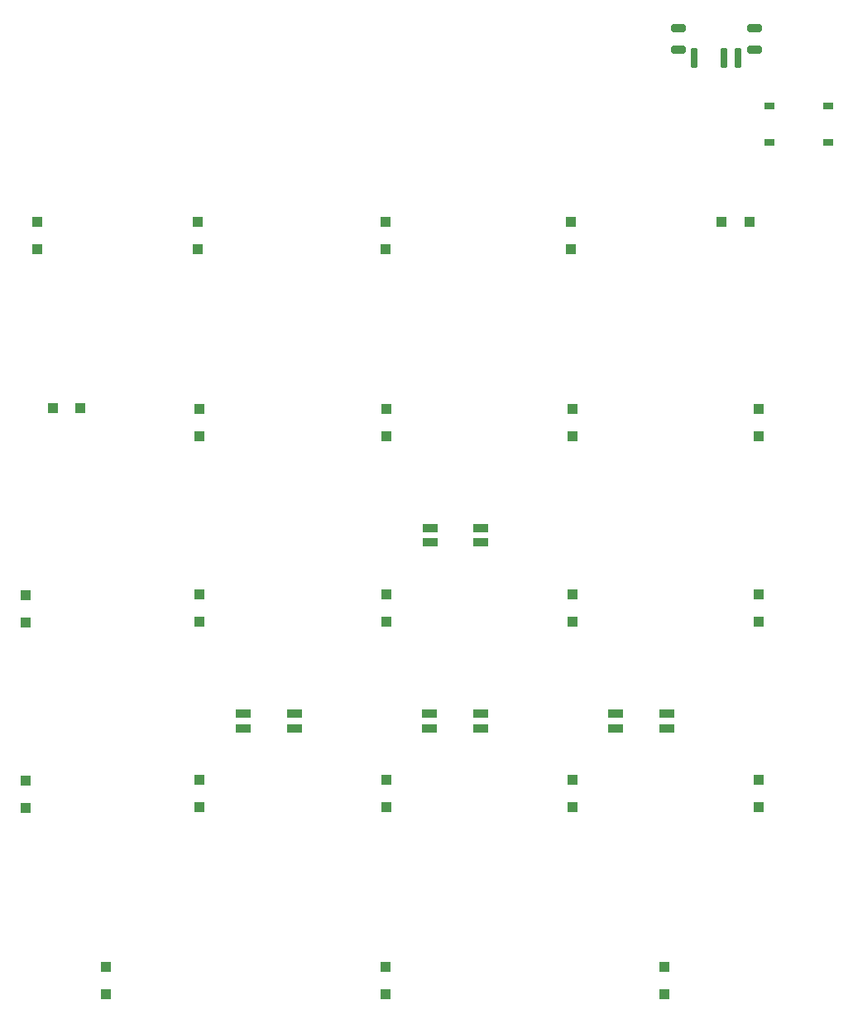
<source format=gbr>
%TF.GenerationSoftware,KiCad,Pcbnew,9.0.2*%
%TF.CreationDate,2025-05-27T10:03:14+01:00*%
%TF.ProjectId,PCB,5043422e-6b69-4636-9164-5f7063625858,1.0*%
%TF.SameCoordinates,Original*%
%TF.FileFunction,Paste,Bot*%
%TF.FilePolarity,Positive*%
%FSLAX46Y46*%
G04 Gerber Fmt 4.6, Leading zero omitted, Abs format (unit mm)*
G04 Created by KiCad (PCBNEW 9.0.2) date 2025-05-27 10:03:14*
%MOMM*%
%LPD*%
G01*
G04 APERTURE LIST*
G04 Aperture macros list*
%AMRoundRect*
0 Rectangle with rounded corners*
0 $1 Rounding radius*
0 $2 $3 $4 $5 $6 $7 $8 $9 X,Y pos of 4 corners*
0 Add a 4 corners polygon primitive as box body*
4,1,4,$2,$3,$4,$5,$6,$7,$8,$9,$2,$3,0*
0 Add four circle primitives for the rounded corners*
1,1,$1+$1,$2,$3*
1,1,$1+$1,$4,$5*
1,1,$1+$1,$6,$7*
1,1,$1+$1,$8,$9*
0 Add four rect primitives between the rounded corners*
20,1,$1+$1,$2,$3,$4,$5,0*
20,1,$1+$1,$4,$5,$6,$7,0*
20,1,$1+$1,$6,$7,$8,$9,0*
20,1,$1+$1,$8,$9,$2,$3,0*%
G04 Aperture macros list end*
%ADD10RoundRect,0.082000X0.718000X-0.328000X0.718000X0.328000X-0.718000X0.328000X-0.718000X-0.328000X0*%
%ADD11RoundRect,0.250000X-0.300000X0.300000X-0.300000X-0.300000X0.300000X-0.300000X0.300000X0.300000X0*%
%ADD12R,1.000000X0.700000*%
%ADD13RoundRect,0.250000X-0.300000X-0.300000X0.300000X-0.300000X0.300000X0.300000X-0.300000X0.300000X0*%
%ADD14RoundRect,0.250000X0.300000X0.300000X-0.300000X0.300000X-0.300000X-0.300000X0.300000X-0.300000X0*%
%ADD15RoundRect,0.250000X-0.500000X-0.150000X0.500000X-0.150000X0.500000X0.150000X-0.500000X0.150000X0*%
%ADD16RoundRect,0.125000X-0.225000X-0.875000X0.225000X-0.875000X0.225000X0.875000X-0.225000X0.875000X0*%
G04 APERTURE END LIST*
D10*
%TO.C,D4-D15*%
X76542796Y-92756883D03*
X76542796Y-91256883D03*
X71342796Y-91256883D03*
X71342796Y-92756883D03*
%TD*%
%TO.C,D4-D7*%
X57486446Y-92756885D03*
X57486446Y-91256885D03*
X52286446Y-91256885D03*
X52286446Y-92756885D03*
%TD*%
%TO.C,D3-D15*%
X76549146Y-73734183D03*
X76549146Y-72234183D03*
X71349146Y-72234183D03*
X71349146Y-73734183D03*
%TD*%
%TO.C,D4-D18*%
X95592796Y-92756883D03*
X95592796Y-91256883D03*
X90392796Y-91256883D03*
X90392796Y-92756883D03*
%TD*%
D11*
%TO.C,SD9*%
X66833496Y-40939483D03*
X66833496Y-43739483D03*
%TD*%
%TO.C,SD9*%
X66790496Y-117136483D03*
X66790496Y-119936483D03*
%TD*%
%TO.C,SD9*%
X104990496Y-98036483D03*
X104990496Y-100836483D03*
%TD*%
D12*
%TO.C,RESET*%
X112092996Y-29078483D03*
X106092996Y-29078483D03*
X112092996Y-32778483D03*
X106092996Y-32778483D03*
%TD*%
D11*
%TO.C,SD9*%
X85990496Y-98036483D03*
X85990496Y-100836483D03*
%TD*%
%TO.C,SD9*%
X85790496Y-40936483D03*
X85790496Y-43736483D03*
%TD*%
D13*
%TO.C,SD9*%
X101226996Y-40937483D03*
X104026996Y-40937483D03*
%TD*%
D11*
%TO.C,SD9*%
X85990496Y-60036483D03*
X85990496Y-62836483D03*
%TD*%
%TO.C,SD9*%
X29990496Y-98086483D03*
X29990496Y-100886483D03*
%TD*%
%TO.C,SD9*%
X104990496Y-60036483D03*
X104990496Y-62836483D03*
%TD*%
D14*
%TO.C,SD9*%
X35560996Y-59979483D03*
X32760996Y-59979483D03*
%TD*%
D11*
%TO.C,SD9*%
X31190496Y-40936483D03*
X31190496Y-43736483D03*
%TD*%
%TO.C,SD9*%
X104990496Y-79036483D03*
X104990496Y-81836483D03*
%TD*%
D15*
%TO.C,SW43*%
X96770000Y-21090000D03*
X96770000Y-23300000D03*
X104570000Y-21090000D03*
X104570000Y-23300000D03*
D16*
X98420000Y-24200000D03*
X101420000Y-24200000D03*
X102920000Y-24200000D03*
%TD*%
D11*
%TO.C,SD9*%
X47590496Y-40936483D03*
X47590496Y-43736483D03*
%TD*%
%TO.C,SD9*%
X66890496Y-60036483D03*
X66890496Y-62836483D03*
%TD*%
%TO.C,SD9*%
X47790496Y-79036483D03*
X47790496Y-81836483D03*
%TD*%
%TO.C,SD9*%
X66890496Y-79036483D03*
X66890496Y-81836483D03*
%TD*%
%TO.C,SD9*%
X47790496Y-98036483D03*
X47790496Y-100836483D03*
%TD*%
%TO.C,SD9*%
X95390496Y-117136483D03*
X95390496Y-119936483D03*
%TD*%
%TO.C,SD9*%
X66890496Y-98036483D03*
X66890496Y-100836483D03*
%TD*%
%TO.C,SD9*%
X85990496Y-79036483D03*
X85990496Y-81836483D03*
%TD*%
%TO.C,SD9*%
X29990496Y-79086483D03*
X29990496Y-81886483D03*
%TD*%
%TO.C,SD9*%
X38190496Y-117136483D03*
X38190496Y-119936483D03*
%TD*%
%TO.C,SD9*%
X47790496Y-60036483D03*
X47790496Y-62836483D03*
%TD*%
M02*

</source>
